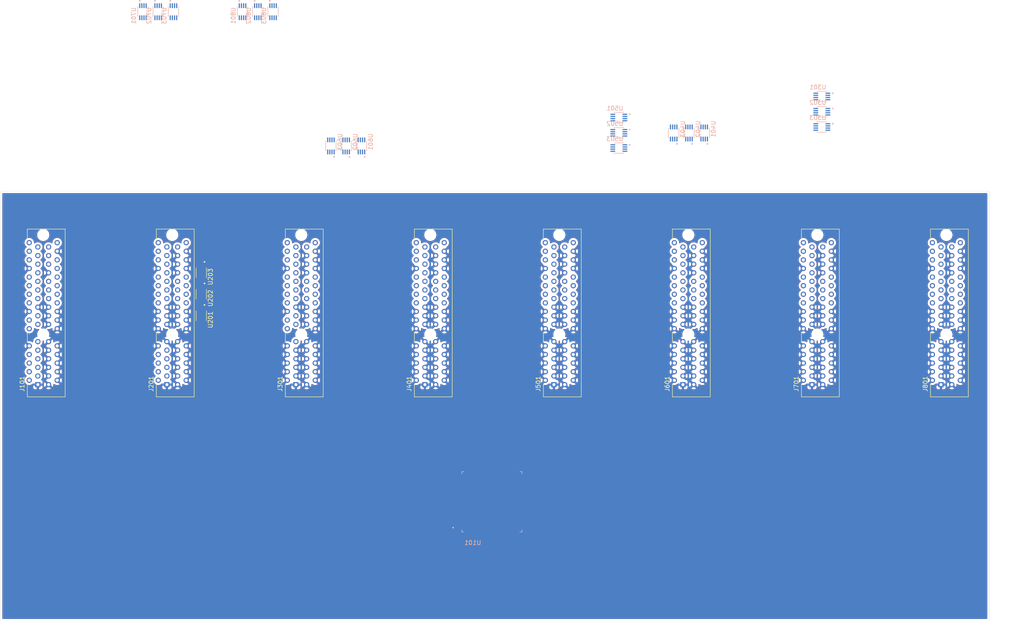
<source format=kicad_pcb>
(kicad_pcb (version 20240108) (generator "pcbnew") (generator_version "8.0")
  (layers (0 "F.Cu" signal) (1 "In1.Cu" signal) (2 "In2.Cu" signal) (31 "B.Cu" signal) (34 "B.Paste" user) (35 "F.Paste" user) (36 "B.SilkS" user "B.Silkscreen") (37 "F.SilkS" user "F.Silkscreen") (38 "B.Mask" user) (39 "F.Mask" user) (44 "Edge.Cuts" user))
  (net 0 "")
  (net 1 "GND")
  (net 2 "/Module Slot 1/BUS_{5}")
  (net 3 "/Module Slot 1/BUS_{1}")
  (net 4 "/Module Slot 1/BUS_{3}")
  (net 5 "+3V3")
  (net 6 "/Module Slot 1/BUS_{0}")
  (net 7 "/Module Slot 1/BUS_{2}")
  (net 8 "/Module Slot 1/BUS_{4}")
  (net 9 "+5V")
  (net 10 "/I2S_{MCLK}")
  (net 11 "/I2S_{BCLK}")
  (net 12 "/HSTX_{5}")
  (net 13 "/HSTX_{3}")
  (net 14 "/I2S_{SDI}")
  (net 15 "/HSTX_{1}")
  (net 16 "GBUS_{0}")
  (net 17 "/HSTX_{6}")
  (net 18 "CLK_{16MHz}")
  (net 19 "/HSTX_{0}")
  (net 20 "/HSTX_{7}")
  (net 21 "/I2S_{LRCLK}")
  (net 22 "/I2S_{SDO}")
  (net 23 "/HSTX_{2}")
  (net 24 "GBUS_{1}")
  (net 25 "/HSTX_{4}")
  (net 26 "/I2C1_{SDA}")
  (net 27 "/I2C1_{SCL}")
  (net 28 "/Module Slot 1/BUS_EN_{0}")
  (net 29 "/Module Slot 1/BUS_EN_{1}")
  (net 30 "GBUS_{3}")
  (net 31 "GBUS_{2}")
  (net 32 "GBUS_{5}")
  (net 33 "GBUS_{4}")
  (net 34 "/Module Slot 1/BUS_EN_{3}")
  (net 35 "/Module Slot 1/BUS_EN_{2}")
  (net 36 "/Module Slot 1/BUS_EN_{4}")
  (net 37 "/Module Slot 1/BUS_EN_{5}")
  (net 38 "/~{IRQ}_{1}")
  (net 39 "/Module Slot 2/BUS_{2}")
  (net 40 "/MOD2_{GP5}")
  (net 41 "/Module Slot 2/BUS_{5}")
  (net 42 "/~{IRQ}_{2}")
  (net 43 "/Module Slot 2/BUS_{1}")
  (net 44 "/MOD2_{GP0}")
  (net 45 "/Module Slot 2/BUS_{4}")
  (net 46 "/Module Slot 2/BUS_{3}")
  (net 47 "/I2C2_{SCL}")
  (net 48 "/MOD2_{GP4}")
  (net 49 "/MOD2_{GP6}")
  (net 50 "/MOD2_{GP3}")
  (net 51 "/MOD2_{GP1}")
  (net 52 "/MOD2_{GP2}")
  (net 53 "/MOD2_{GP7}")
  (net 54 "/Module Slot 2/BUS_{0}")
  (net 55 "/I2C2_{SDA}")
  (net 56 "/MOD1_{GP0}")
  (net 57 "/MOD1_{GP3}")
  (net 58 "/MOD1_{GP1}")
  (net 59 "/MOD1_{GP2}")
  (net 60 "/MOD1_{GP6}")
  (net 61 "/MOD1_{GP4}")
  (net 62 "/MOD1_{GP5}")
  (net 63 "/MOD1_{GP7}")
  (net 64 "/Module Slot 2/BUS_EN_{0}")
  (net 65 "/Module Slot 2/BUS_EN_{1}")
  (net 66 "/Module Slot 2/BUS_EN_{2}")
  (net 67 "/Module Slot 2/BUS_EN_{3}")
  (net 68 "/Module Slot 2/BUS_EN_{4}")
  (net 69 "/Module Slot 2/BUS_EN_{5}")
  (net 72 "/Module Slot 3/BUS_{2}")
  (net 73 "/Module Slot 3/BUS_{3}")
  (net 75 "/Module Slot 3/BUS_{1}")
  (net 76 "/Module Slot 3/BUS_{0}")
  (net 77 "/Module Slot 3/BUS_{5}")
  (net 78 "/Module Slot 3/BUS_{4}")
  (net 79 "/Module Slot 3/BUS_EN_{1}")
  (net 80 "/Module Slot 3/BUS_EN_{0}")
  (net 81 "/Module Slot 3/BUS_EN_{3}")
  (net 82 "/Module Slot 3/BUS_EN_{2}")
  (net 83 "/Module Slot 3/BUS_EN_{4}")
  (net 84 "/Module Slot 3/BUS_EN_{5}")
  (net 85 "/I2C3_{SCL}")
  (net 86 "/MOD3_{GP6}")
  (net 87 "/MOD3_{GP1}")
  (net 88 "/MOD3_{GP7}")
  (net 89 "/MOD3_{GP4}")
  (net 90 "/I2C3_{SDA}")
  (net 91 "/MOD3_{GP5}")
  (net 92 "/MOD3_{GP3}")
  (net 93 "/~{IRQ}_{3}")
  (net 94 "/MOD3_{GP0}")
  (net 95 "/MOD3_{GP2}")
  (net 96 "/Module Slot 4/BUS_{0}")
  (net 97 "/MOD4_{GP3}")
  (net 98 "/Module Slot 4/BUS_{5}")
  (net 99 "/Module Slot 4/BUS_{3}")
  (net 100 "/MOD4_{GP0}")
  (net 101 "/MOD4_{GP2}")
  (net 102 "/I2C4_{SCL}")
  (net 103 "/~{IRQ}_{4}")
  (net 104 "/Module Slot 4/BUS_{4}")
  (net 105 "/MOD4_{GP6}")
  (net 107 "/Module Slot 4/BUS_{2}")
  (net 108 "/Module Slot 4/BUS_{1}")
  (net 109 "/I2C4_{SDA}")
  (net 110 "/MOD4_{GP1}")
  (net 111 "/MOD4_{GP7}")
  (net 112 "/MOD4_{GP5}")
  (net 113 "/MOD4_{GP4}")
  (net 114 "/Module Slot 4/BUS_EN_{1}")
  (net 115 "/Module Slot 4/BUS_EN_{0}")
  (net 116 "/Module Slot 4/BUS_EN_{3}")
  (net 117 "/Module Slot 4/BUS_EN_{2}")
  (net 118 "/Module Slot 4/BUS_EN_{5}")
  (net 119 "/Module Slot 4/BUS_EN_{4}")
  (net 120 "/MOD5_{GP7}")
  (net 121 "/I2C5_{SDA}")
  (net 122 "/Module Slot 5/BUS_{3}")
  (net 123 "/Module Slot 5/BUS_{1}")
  (net 124 "/~{IRQ}_{5}")
  (net 125 "/MOD5_{GP0}")
  (net 126 "/I2C5_{SCL}")
  (net 127 "/MOD5_{GP3}")
  (net 128 "/MOD5_{GP6}")
  (net 129 "/Module Slot 5/BUS_{4}")
  (net 130 "/MOD5_{GP4}")
  (net 131 "/MOD5_{GP1}")
  (net 133 "/Module Slot 5/BUS_{0}")
  (net 134 "/Module Slot 5/BUS_{2}")
  (net 135 "/Module Slot 5/BUS_{5}")
  (net 136 "/MOD5_{GP2}")
  (net 137 "/MOD5_{GP5}")
  (net 138 "/Module Slot 5/BUS_EN_{0}")
  (net 139 "/Module Slot 5/BUS_EN_{1}")
  (net 140 "/Module Slot 5/BUS_EN_{3}")
  (net 141 "/Module Slot 5/BUS_EN_{2}")
  (net 142 "/Module Slot 5/BUS_EN_{5}")
  (net 143 "/Module Slot 5/BUS_EN_{4}")
  (net 144 "/I2C6_{SDA}")
  (net 145 "/Module Slot 6/BUS_{1}")
  (net 146 "/MOD6_{GP0}")
  (net 147 "/Module Slot 6/BUS_{4}")
  (net 148 "/Module Slot 6/BUS_{3}")
  (net 149 "/~{IRQ}_{6}")
  (net 150 "/Module Slot 6/BUS_{5}")
  (net 151 "/I2C6_{SCL}")
  (net 152 "/Module Slot 6/BUS_{0}")
  (net 153 "/MOD6_{GP6}")
  (net 154 "/MOD6_{GP3}")
  (net 155 "/MOD6_{GP4}")
  (net 156 "/MOD6_{GP5}")
  (net 157 "/MOD6_{GP2}")
  (net 158 "/MOD6_{GP7}")
  (net 160 "/Module Slot 6/BUS_{2}")
  (net 161 "/MOD6_{GP1}")
  (net 162 "/Module Slot 7/BUS_{4}")
  (net 163 "/Module Slot 7/BUS_{2}")
  (net 164 "/Module Slot 7/BUS_{1}")
  (net 165 "/Module Slot 7/BUS_{5}")
  (net 166 "/MOD7_{GP7}")
  (net 167 "/MOD7_{GP2}")
  (net 168 "/MOD7_{GP6}")
  (net 170 "/~{IRQ}_{7}")
  (net 171 "/Module Slot 7/BUS_{0}")
  (net 172 "/MOD7_{GP0}")
  (net 173 "/Module Slot 7/BUS_{3}")
  (net 174 "/MOD7_{GP5}")
  (net 175 "/MOD7_{GP1}")
  (net 176 "/MOD7_{GP3}")
  (net 177 "/MOD7_{GP4}")
  (net 178 "/I2C7_{SCL}")
  (net 179 "/I2C7_{SDA}")
  (net 180 "/Module Slot 6/BUS_EN_{0}")
  (net 181 "/Module Slot 6/BUS_EN_{1}")
  (net 182 "/Module Slot 6/BUS_EN_{2}")
  (net 183 "/Module Slot 6/BUS_EN_{3}")
  (net 184 "/Module Slot 6/BUS_EN_{5}")
  (net 185 "/Module Slot 6/BUS_EN_{4}")
  (net 186 "/Module Slot 7/BUS_EN_{0}")
  (net 187 "/Module Slot 7/BUS_EN_{1}")
  (net 188 "/Module Slot 7/BUS_EN_{3}")
  (net 189 "/Module Slot 7/BUS_EN_{2}")
  (net 190 "/Module Slot 7/BUS_EN_{5}")
  (net 191 "/Module Slot 7/BUS_EN_{4}")
  (net 192 "/FAB_{7}")
  (net 194 "/FAB_{5}")
  (net 196 "/FAB_{1}")
  (net 197 "/FAB_{3}")
  (net 198 "/FAB_{2}")
  (net 200 "/FAB_{6}")
  (net 202 "/FAB_{4}")
  (net 206 "/FAB_{0}")
  (net 208 "+1V8")
  (net 210 "~{RESET}")
  (footprint "Home Computer:SOP50P310X90-8N" (layer "F.Cu") (at 76.75 79 -90)
    (property "Reference" "U201")
    (property "Value" "SN74LVC2G66DCUR")
  )
  (footprint "Home Computer:CONN_10018784-10201TLF" (layer "F.Cu") (at 220 95 90)
    (property "Reference" "J701")
    (property "Value" "10018784-10201TLF")
  )
  (footprint "Home Computer:CONN_10018784-10201TLF" (layer "F.Cu") (at 100 95 90)
    (property "Reference" "J301")
    (property "Value" "10018784-10201TLF")
  )
  (footprint "Home Computer:CONN_10018784-10201TLF" (layer "F.Cu") (at 40 95 90)
    (property "Reference" "J101")
    (property "Value" "10018784-10201TLF")
  )
  (footprint "Home Computer:SOP50P310X90-8N" (layer "F.Cu") (at 76.75 69 -90)
    (property "Reference" "U203")
    (property "Value" "SN74LVC2G66DCUR")
  )
  (footprint "Home Computer:CONN_10018784-10201TLF" (layer "F.Cu") (at 130 95 90)
    (property "Reference" "J401")
    (property "Value" "10018784-10201TLF")
  )
  (footprint "Home Computer:CONN_10018784-10201TLF" (layer "F.Cu") (at 250 95 90)
    (property "Reference" "J801")
    (property "Value" "10018784-10201TLF")
  )
  (footprint "Home Computer:SOP50P310X90-8N" (layer "F.Cu") (at 76.75 74 -90)
    (property "Reference" "U202")
    (property "Value" "SN74LVC2G66DCUR")
  )
  (footprint "Home Computer:CONN_10018784-10201TLF" (layer "F.Cu") (at 190 95 90)
    (property "Reference" "J601")
    (property "Value" "10018784-10201TLF")
  )
  (footprint "Home Computer:CONN_10018784-10201TLF" (layer "F.Cu") (at 70 95 90)
    (property "Reference" "J201")
    (property "Value" "10018784-10201TLF")
  )
  (footprint "Home Computer:CONN_10018784-10201TLF" (layer "F.Cu") (at 160 95 90)
    (property "Reference" "J501")
    (property "Value" "10018784-10201TLF")
  )
  (footprint "Home Computer:SOP50P310X90-8N" (layer "B.Cu") (at 106.893582 39.5 90)
    (property "Reference" "U603")
    (property "Value" "SN74LVC2G66DCUR")
  )
  (footprint "Home Computer:SOP50P310X90-8N" (layer "B.Cu") (at 221.038582 28 180)
    (property "Reference" "U301")
    (property "Value" "SN74LVC2G66DCUR")
  )
  (footprint "Home Computer:SOP50P310X90-8N" (layer "B.Cu") (at 186.593582 36.5 90)
    (property "Reference" "U403")
    (property "Value" "SN74LVC2G66DCUR")
  )
  (footprint "Home Computer:SOP50P310X90-8N" (layer "B.Cu") (at 110.443582 39.5 90)
    (property "Reference" "U602")
    (property "Value" "SN74LVC2G66DCUR")
  )
  (footprint "Home Computer:SOP50P310X90-8N" (layer "B.Cu") (at 93.443582 8.3 -90)
    (property "Reference" "U803")
    (property "Value" "SN74LVC2G66DCUR")
  )
  (footprint "Home Computer:SOP50P310X90-8N" (layer "B.Cu") (at 63.183582 8.3 -90)
    (property "Reference" "U701")
    (property "Value" "SN74LVC2G66DCUR")
  )
  (footprint "Home Computer:SOP50P310X90-8N" (layer "B.Cu") (at 113.993582 39.5 90)
    (property "Reference" "U601")
    (property "Value" "SN74LVC2G66DCUR")
  )
  (footprint "Home Computer:SOP50P310X90-8N" (layer "B.Cu") (at 173.843582 40 180)
    (property "Reference" "U503")
    (property "Value" "SN74LVC2G66DCUR")
  )
  (footprint "Home Computer:SOP50P310X90-8N" (layer "B.Cu") (at 193.693582 36.5 90)
    (property "Reference" "U401")
    (property "Value" "SN74LVC2G66DCUR")
  )
  (footprint "Home Computer:SOP50P310X90-8N" (layer "B.Cu") (at 66.733582 8.3 -90)
    (property "Reference" "U702")
    (property "Value" "SN74LVC2G66DCUR")
  )
  (footprint "Home Computer:SOP50P310X90-8N" (layer "B.Cu") (at 221.038582 35.1 180)
    (property "Reference" "U303")
    (property "Value" "SN74LVC2G66DCUR")
  )
  (footprint "Home Computer:SOP50P310X90-8N" (layer "B.Cu") (at 173.843582 36.45 180)
    (property "Reference" "U502")
    (property "Value" "SN74LVC2G66DCUR")
  )
  (footprint "Home Computer:SOP50P310X90-8N" (layer "B.Cu") (at 221.038582 31.55 180)
    (property "Reference" "U302")
    (property "Value" "SN74LVC2G66DCUR")
  )
  (footprint "Home Computer:QFP50P1600X1600X120-101N" (layer "B.Cu") (at 144.32 122.25)
    (property "Reference" "U101")
    (property "Value" "P2X8C4M64P")
  )
  (footprint "Home Computer:SOP50P310X90-8N" (layer "B.Cu") (at 173.843582 32.9 180)
    (property "Reference" "U501")
    (property "Value" "SN74LVC2G66DCUR")
  )
  (footprint "Home Computer:SOP50P310X90-8N" (layer "B.Cu") (at 86.343582 8.3 -90)
    (property "Reference" "U801")
    (property "Value" "SN74LVC2G66DCUR")
  )
  (footprint "Home Computer:SOP50P310X90-8N" (layer "B.Cu") (at 89.893582 8.3 -90)
    (property "Reference" "U802")
    (property "Value" "SN74LVC2G66DCUR")
  )
  (footprint "Home Computer:SOP50P310X90-8N" (layer "B.Cu") (at 70.283582 8.3 -90)
    (property "Reference" "U703")
    (property "Value" "SN74LVC2G66DCUR")
  )
  (footprint "Home Computer:SOP50P310X90-8N" (layer "B.Cu") (at 190.143582 36.5 90)
    (property "Reference" "U402")
    (property "Value" "SN74LVC2G66DCUR")
  )
  (gr_rect (start 30 50) (end 260 150) (stroke (width 0.05)) (fill none) (layer "Edge.Cuts"))
  (segment (start 136.64 117.75) (end 136.5 117.75) (width 0.2) (layer "F.Cu") (net 1))
  (zone (net 1) (net_name "GND") (layers "F&B.Cu") (connect_pads (clearance 0.5)) (min_thickness 0.25) (fill yes (thermal_gap 0.5) (thermal_bridge_width 0.5))
    (polygon (pts (xy 260 50) (xy 260 150) (xy 30 150) (xy 30 50)))
  )
)
</source>
